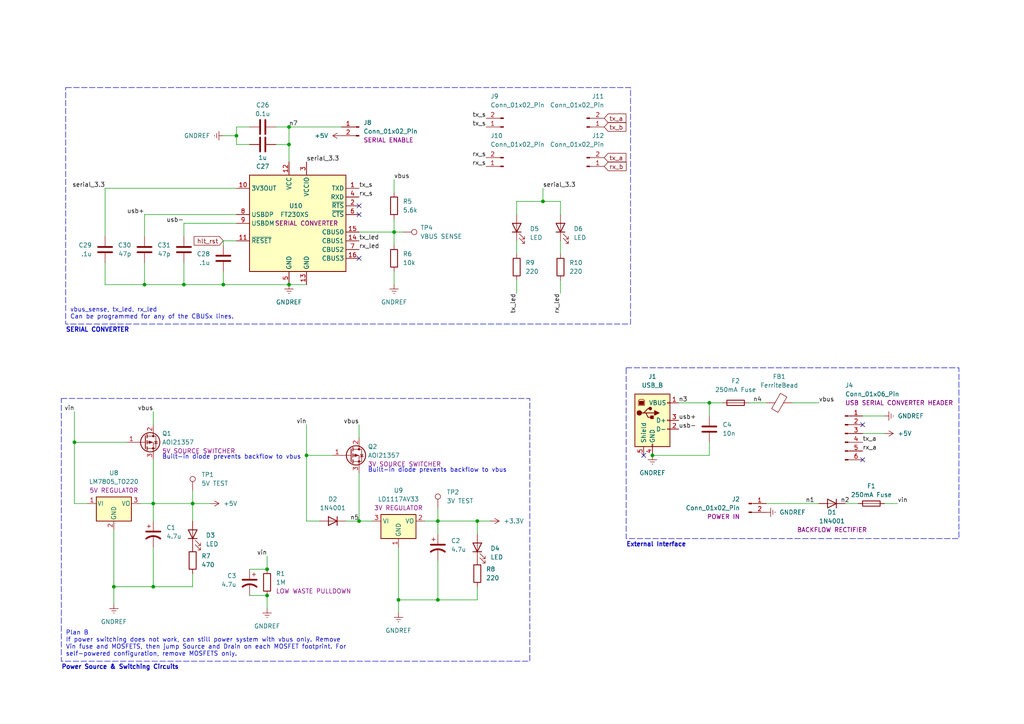
<source format=kicad_sch>
(kicad_sch (version 20230121) (generator eeschema)
  (paper "A4")
  (title_block (title "POWER & IO") (date "2024-01-22") (rev "0.3") (company "LeTourneau University") (comment 1 "Richard Homan"))
  (lib_symbols
    (symbol "Connector:Conn_01x02_Pin" (pin_names (offset 1.016) hide)
      (property "Reference" "J" (at 0 2.54 0))
      (property "Value" "Conn_01x02_Pin" (at 0 -5.08 0))
      (symbol "Conn_01x02_Pin_1_1"
        (polyline (pts (xy 1.27 -2.54) (xy 0.8636 -2.54)) (stroke (width 0.1524)))
        (polyline (pts (xy 1.27 0) (xy 0.8636 0)) (stroke (width 0.1524)))
        (rectangle (start 0.8636 -2.413) (end 0 -2.667) (stroke (width 0.1524)) (fill (type outline)))
        (rectangle (start 0.8636 0.127) (end 0 -0.127) (stroke (width 0.1524)) (fill (type outline)))
        (pin passive line (at 5.08 0 180) (length 3.81) (name "Pin_1") (number "1"))
        (pin passive line (at 5.08 -2.54 180) (length 3.81) (name "Pin_2") (number "2"))
      )
    )
    (symbol "Connector:Conn_01x06_Pin" (pin_names (offset 1.016) hide)
      (property "Reference" "J" (at 0 7.62 0))
      (property "Value" "Conn_01x06_Pin" (at 0 -10.16 0))
      (symbol "Conn_01x06_Pin_1_1"
        (polyline (pts (xy 1.27 -7.62) (xy 0.8636 -7.62)) (stroke (width 0.1524)))
        (polyline (pts (xy 1.27 -5.08) (xy 0.8636 -5.08)) (stroke (width 0.1524)))
        (polyline (pts (xy 1.27 -2.54) (xy 0.8636 -2.54)) (stroke (width 0.1524)))
        (polyline (pts (xy 1.27 0) (xy 0.8636 0)) (stroke (width 0.1524)))
        (polyline (pts (xy 1.27 2.54) (xy 0.8636 2.54)) (stroke (width 0.1524)))
        (polyline (pts (xy 1.27 5.08) (xy 0.8636 5.08)) (stroke (width 0.1524)))
        (rectangle (start 0.8636 -7.493) (end 0 -7.747) (stroke (width 0.1524)) (fill (type outline)))
        (rectangle (start 0.8636 -4.953) (end 0 -5.207) (stroke (width 0.1524)) (fill (type outline)))
        (rectangle (start 0.8636 -2.413) (end 0 -2.667) (stroke (width 0.1524)) (fill (type outline)))
        (rectangle (start 0.8636 0.127) (end 0 -0.127) (stroke (width 0.1524)) (fill (type outline)))
        (rectangle (start 0.8636 2.667) (end 0 2.413) (stroke (width 0.1524)) (fill (type outline)))
        (rectangle (start 0.8636 5.207) (end 0 4.953) (stroke (width 0.1524)) (fill (type outline)))
        (pin passive line (at 5.08 5.08 180) (length 3.81) (name "Pin_1") (number "1"))
        (pin passive line (at 5.08 2.54 180) (length 3.81) (name "Pin_2") (number "2"))
        (pin passive line (at 5.08 0 180) (length 3.81) (name "Pin_3") (number "3"))
        (pin passive line (at 5.08 -2.54 180) (length 3.81) (name "Pin_4") (number "4"))
        (pin passive line (at 5.08 -5.08 180) (length 3.81) (name "Pin_5") (number "5"))
        (pin passive line (at 5.08 -7.62 180) (length 3.81) (name "Pin_6") (number "6"))
      )
    )
    (symbol "Connector:TestPoint" (pin_numbers hide) (pin_names (offset 0.762) hide)
      (property "Reference" "TP" (at 0 6.858 0))
      (property "Value" "TestPoint" (at 0 5.08 0))
      (symbol "TestPoint_0_1"
        (circle (center 0 3.302) (radius 0.762))
      )
      (symbol "TestPoint_1_1"
        (pin passive line (at 0 0 90) (length 2.54) (name "1") (number "1"))
      )
    )
    (symbol "Connector:USB_B" (pin_names (offset 1.016))
      (property "Reference" "J" (at -5.08 11.43 0))
      (property "Value" "USB_B" (at -5.08 8.89 0))
      (symbol "USB_B_0_1"
        (rectangle (start -5.08 -7.62) (end 5.08 7.62) (stroke (width 0.254)) (fill (type background)))
        (circle (center -3.81 2.159) (radius 0.635) (stroke (width 0.254)) (fill (type outline)))
        (rectangle (start -3.81 5.588) (end -2.54 4.572) (fill (type outline)))
        (circle (center -0.635 3.429) (radius 0.381) (stroke (width 0.254)) (fill (type outline)))
        (rectangle (start -0.127 -7.62) (end 0.127 -6.858))
        (polyline (pts (xy -1.905 2.159) (xy 0.635 2.159)) (stroke (width 0.254)))
        (polyline (pts (xy -3.175 2.159) (xy -2.54 2.159) (xy -1.27 3.429) (xy -0.635 3.429)) (stroke (width 0.254)))
        (polyline (pts (xy -2.54 2.159) (xy -1.905 2.159) (xy -1.27 0.889) (xy 0 0.889)) (stroke (width 0.254)))
        (polyline (pts (xy 0.635 2.794) (xy 0.635 1.524) (xy 1.905 2.159) (xy 0.635 2.794)) (stroke (width 0.254)) (fill (type outline)))
        (polyline (pts (xy -4.064 4.318) (xy -2.286 4.318) (xy -2.286 5.715) (xy -2.667 6.096) (xy -3.683 6.096) (xy -4.064 5.715) (xy -4.064 4.318)))
        (rectangle (start 0.254 1.27) (end -0.508 0.508) (stroke (width 0.254)) (fill (type outline)))
        (rectangle (start 5.08 -2.667) (end 4.318 -2.413))
        (rectangle (start 5.08 -0.127) (end 4.318 0.127))
        (rectangle (start 5.08 4.953) (end 4.318 5.207))
      )
      (symbol "USB_B_1_1"
        (pin power_out line (at 7.62 5.08 180) (length 2.54) (name "VBUS") (number "1"))
        (pin bidirectional line (at 7.62 -2.54 180) (length 2.54) (name "D-") (number "2"))
        (pin bidirectional line (at 7.62 0 180) (length 2.54) (name "D+") (number "3"))
        (pin power_out line (at 0 -10.16 90) (length 2.54) (name "GND") (number "4"))
        (pin passive line (at -2.54 -10.16 90) (length 2.54) (name "Shield") (number "5"))
      )
    )
    (symbol "Device:C" (pin_numbers hide) (pin_names (offset 0.254))
      (property "Reference" "C" (at 0.635 2.54 0))
      (property "Value" "C" (at 0.635 -2.54 0))
      (symbol "C_0_1"
        (polyline (pts (xy -2.032 -0.762) (xy 2.032 -0.762)) (stroke (width 0.508)))
        (polyline (pts (xy -2.032 0.762) (xy 2.032 0.762)) (stroke (width 0.508)))
      )
      (symbol "C_1_1"
        (pin passive line (at 0 3.81 270) (length 2.794) (name "~") (number "1"))
        (pin passive line (at 0 -3.81 90) (length 2.794) (name "~") (number "2"))
      )
    )
    (symbol "Device:C_Polarized_US" (pin_numbers hide) (pin_names (offset 0.254) hide)
      (property "Reference" "C" (at 0.635 2.54 0))
      (property "Value" "C_Polarized_US" (at 0.635 -2.54 0))
      (symbol "C_Polarized_US_0_1"
        (polyline (pts (xy -2.032 0.762) (xy 2.032 0.762)) (stroke (width 0.508)))
        (polyline (pts (xy -1.778 2.286) (xy -0.762 2.286)))
        (polyline (pts (xy -1.27 1.778) (xy -1.27 2.794)))
        (arc (start 2.032 -1.27) (mid 0 -0.5572) (end -2.032 -1.27) (stroke (width 0.508)))
      )
      (symbol "C_Polarized_US_1_1"
        (pin passive line (at 0 3.81 270) (length 2.794) (name "~") (number "1"))
        (pin passive line (at 0 -3.81 90) (length 3.302) (name "~") (number "2"))
      )
    )
    (symbol "Device:FerriteBead" (pin_numbers hide) (pin_names (offset 0))
      (property "Reference" "FB" (at -3.81 0.635 90))
      (property "Value" "FerriteBead" (at 3.81 0 90))
      (symbol "FerriteBead_0_1"
        (polyline (pts (xy 0 -1.27) (xy 0 -1.2192)))
        (polyline (pts (xy 0 1.27) (xy 0 1.2954)))
        (polyline (pts (xy -2.7686 0.4064) (xy -1.7018 2.2606) (xy 2.7686 -0.3048) (xy 1.6764 -2.159) (xy -2.7686 0.4064)))
      )
      (symbol "FerriteBead_1_1"
        (pin passive line (at 0 3.81 270) (length 2.54) (name "~") (number "1"))
        (pin passive line (at 0 -3.81 90) (length 2.54) (name "~") (number "2"))
      )
    )
    (symbol "Device:Fuse" (pin_numbers hide) (pin_names (offset 0))
      (property "Reference" "F" (at 2.032 0 90))
      (property "Value" "Fuse" (at -1.905 0 90))
      (symbol "Fuse_0_1"
        (rectangle (start -0.762 -2.54) (end 0.762 2.54) (stroke (width 0.254)))
        (polyline (pts (xy 0 2.54) (xy 0 -2.54)))
      )
      (symbol "Fuse_1_1"
        (pin passive line (at 0 3.81 270) (length 1.27) (name "~") (number "1"))
        (pin passive line (at 0 -3.81 90) (length 1.27) (name "~") (number "2"))
      )
    )
    (symbol "Device:LED" (pin_numbers hide) (pin_names (offset 1.016) hide)
      (property "Reference" "D" (at 0 2.54 0))
      (property "Value" "LED" (at 0 -2.54 0))
      (symbol "LED_0_1"
        (polyline (pts (xy -1.27 -1.27) (xy -1.27 1.27)) (stroke (width 0.254)))
        (polyline (pts (xy -1.27 0) (xy 1.27 0)))
        (polyline (pts (xy 1.27 -1.27) (xy 1.27 1.27) (xy -1.27 0) (xy 1.27 -1.27)) (stroke (width 0.254)))
        (polyline (pts (xy -3.048 -0.762) (xy -4.572 -2.286) (xy -3.81 -2.286) (xy -4.572 -2.286) (xy -4.572 -1.524)))
        (polyline (pts (xy -1.778 -0.762) (xy -3.302 -2.286) (xy -2.54 -2.286) (xy -3.302 -2.286) (xy -3.302 -1.524)))
      )
      (symbol "LED_1_1"
        (pin passive line (at -3.81 0 0) (length 2.54) (name "K") (number "1"))
        (pin passive line (at 3.81 0 180) (length 2.54) (name "A") (number "2"))
      )
    )
    (symbol "Device:R" (pin_numbers hide) (pin_names (offset 0))
      (property "Reference" "R" (at 2.032 0 90))
      (property "Value" "R" (at 0 0 90))
      (symbol "R_0_1"
        (rectangle (start -1.016 -2.54) (end 1.016 2.54) (stroke (width 0.254)))
      )
      (symbol "R_1_1"
        (pin passive line (at 0 3.81 270) (length 1.27) (name "~") (number "1"))
        (pin passive line (at 0 -3.81 90) (length 1.27) (name "~") (number "2"))
      )
    )
    (symbol "Diode:1N4933-T" (pin_numbers hide) (pin_names hide)
      (property "Reference" "D" (at 0 2.54 0))
      (property "Value" "1N4001" (at 0 -2.54 0))
      (symbol "1N4933-T_0_1"
        (polyline (pts (xy -1.27 1.27) (xy -1.27 -1.27)) (stroke (width 0.254)))
        (polyline (pts (xy 1.27 0) (xy -1.27 0)))
        (polyline (pts (xy 1.27 1.27) (xy 1.27 -1.27) (xy -1.27 0) (xy 1.27 1.27)) (stroke (width 0.254)))
      )
      (symbol "1N4933-T_1_1"
        (pin passive line (at -3.81 0 0) (length 2.54) (name "K") (number "1"))
        (pin passive line (at 3.81 0 180) (length 2.54) (name "A") (number "2"))
      )
    )
    (symbol "Interface_USB:FT230XS"
      (property "Reference" "U" (at -13.97 15.24 0))
      (property "Value" "FT230XS" (at 7.62 15.24 0))
      (symbol "FT230XS_0_1"
        (rectangle (start -13.97 13.97) (end 13.97 -13.97) (stroke (width 0.254)) (fill (type background)))
      )
      (symbol "FT230XS_1_1"
        (pin output line (at 17.78 10.16 180) (length 3.81) (name "TXD") (number "1"))
        (pin power_out line (at -17.78 10.16 0) (length 3.81) (name "3V3OUT") (number "10"))
        (pin input line (at -17.78 -5.08 0) (length 3.81) (name "~{RESET}") (number "11"))
        (pin power_in line (at -2.54 17.78 270) (length 3.81) (name "VCC") (number "12"))
        (pin power_in line (at 2.54 -17.78 90) (length 3.81) (name "GND") (number "13"))
        (pin bidirectional line (at 17.78 -5.08 180) (length 3.81) (name "CBUS1") (number "14"))
        (pin bidirectional line (at 17.78 -2.54 180) (length 3.81) (name "CBUS0") (number "15"))
        (pin bidirectional line (at 17.78 -10.16 180) (length 3.81) (name "CBUS3") (number "16"))
        (pin output line (at 17.78 5.08 180) (length 3.81) (name "~{RTS}") (number "2"))
        (pin power_in line (at 2.54 17.78 270) (length 3.81) (name "VCCIO") (number "3"))
        (pin input line (at 17.78 7.62 180) (length 3.81) (name "RXD") (number "4"))
        (pin power_in line (at -2.54 -17.78 90) (length 3.81) (name "GND") (number "5"))
        (pin input line (at 17.78 2.54 180) (length 3.81) (name "~{CTS}") (number "6"))
        (pin bidirectional line (at 17.78 -7.62 180) (length 3.81) (name "CBUS2") (number "7"))
        (pin bidirectional line (at -17.78 2.54 0) (length 3.81) (name "USBDP") (number "8"))
        (pin bidirectional line (at -17.78 0 0) (length 3.81) (name "USBDM") (number "9"))
      )
    )
    (symbol "Regulator_Linear:LD1117-3.3"
      (property "Reference" "U" (at -3.81 3.175 0))
      (property "Value" "LD1117AV33" (at 0 3.175 0))
      (symbol "LD1117-3.3_0_1"
        (rectangle (start -5.08 -5.08) (end 5.08 1.905) (stroke (width 0.254)) (fill (type background)))
      )
      (symbol "LD1117-3.3_1_1"
        (pin power_in line (at 0 -7.62 90) (length 2.54) (name "GND") (number "1"))
        (pin power_out line (at 7.62 0 180) (length 2.54) (name "VO") (number "2"))
        (pin power_in line (at -7.62 0 0) (length 2.54) (name "VI") (number "3"))
      )
    )
    (symbol "Regulator_Linear:LM7805_TO220" (pin_names (offset 0.254))
      (property "Reference" "U" (at -3.81 3.175 0))
      (property "Value" "LM7805_TO220" (at 0 3.175 0))
      (symbol "LM7805_TO220_0_1"
        (rectangle (start -5.08 1.905) (end 5.08 -5.08) (stroke (width 0.254)) (fill (type background)))
      )
      (symbol "LM7805_TO220_1_1"
        (pin power_in line (at -7.62 0 0) (length 2.54) (name "VI") (number "1"))
        (pin power_in line (at 0 -7.62 90) (length 2.54) (name "GND") (number "2"))
        (pin power_out line (at 7.62 0 180) (length 2.54) (name "VO") (number "3"))
      )
    )
    (symbol "Transistor_FET:AOI21357" (pin_names hide)
      (property "Reference" "Q" (at 5.08 1.905 0))
      (property "Value" "AOI21357" (at 5.08 0 0))
      (symbol "AOI21357_0_1"
        (polyline (pts (xy 0.254 0) (xy -2.54 0)))
        (polyline (pts (xy 0.254 1.905) (xy 0.254 -1.905)) (stroke (width 0.254)))
        (polyline (pts (xy 0.762 -1.27) (xy 0.762 -2.286)) (stroke (width 0.254)))
        (polyline (pts (xy 0.762 0.508) (xy 0.762 -0.508)) (stroke (width 0.254)))
        (polyline (pts (xy 0.762 2.286) (xy 0.762 1.27)) (stroke (width 0.254)))
        (polyline (pts (xy 2.54 2.54) (xy 2.54 1.778)))
        (polyline (pts (xy 2.54 -2.54) (xy 2.54 0) (xy 0.762 0)))
        (polyline (pts (xy 0.762 1.778) (xy 3.302 1.778) (xy 3.302 -1.778) (xy 0.762 -1.778)))
        (polyline (pts (xy 2.286 0) (xy 1.27 0.381) (xy 1.27 -0.381) (xy 2.286 0)) (fill (type outline)))
        (polyline (pts (xy 2.794 -0.508) (xy 2.921 -0.381) (xy 3.683 -0.381) (xy 3.81 -0.254)))
        (polyline (pts (xy 3.302 -0.381) (xy 2.921 0.254) (xy 3.683 0.254) (xy 3.302 -0.381)))
        (circle (center 1.651 0) (radius 2.794) (stroke (width 0.254)))
        (circle (center 2.54 -1.778) (radius 0.254) (fill (type outline)))
        (circle (center 2.54 1.778) (radius 0.254) (fill (type outline)))
      )
      (symbol "AOI21357_1_1"
        (pin input line (at -5.08 0 0) (length 2.54) (name "G") (number "1"))
        (pin passive line (at 2.54 5.08 270) (length 2.54) (name "D") (number "2"))
        (pin passive line (at 2.54 -5.08 90) (length 2.54) (name "S") (number "3"))
      )
    )
    (symbol "power:+3.3V" (power) (pin_names (offset 0))
      (property "Value" "+3.3V" (at 0 3.556 0))
      (symbol "+3.3V_0_1"
        (polyline (pts (xy -0.762 1.27) (xy 0 2.54)))
        (polyline (pts (xy 0 0) (xy 0 2.54)))
        (polyline (pts (xy 0 2.54) (xy 0.762 1.27)))
      )
      (symbol "+3.3V_1_1"
        (pin power_in line (at 0 0 90) (length 0) hide (name "+3.3V") (number "1"))
      )
    )
    (symbol "power:+5V" (power) (pin_names (offset 0))
      (property "Value" "+5V" (at 0 3.556 0))
      (symbol "+5V_0_1"
        (polyline (pts (xy -0.762 1.27) (xy 0 2.54)))
        (polyline (pts (xy 0 0) (xy 0 2.54)))
        (polyline (pts (xy 0 2.54) (xy 0.762 1.27)))
      )
      (symbol "+5V_1_1"
        (pin power_in line (at 0 0 90) (length 0) hide (name "+5V") (number "1"))
      )
    )
    (symbol "power:GNDREF" (power) (pin_names (offset 0))
      (property "Value" "GNDREF" (at 0 -3.81 0))
      (symbol "GNDREF_0_1"
        (polyline (pts (xy -0.635 -1.905) (xy 0.635 -1.905)))
        (polyline (pts (xy -0.127 -2.54) (xy 0.127 -2.54)))
        (polyline (pts (xy 0 -1.27) (xy 0 0)))
        (polyline (pts (xy 1.27 -1.27) (xy -1.27 -1.27)))
      )
      (symbol "GNDREF_1_1"
        (pin power_in line (at 0 0 270) (length 0) hide (name "GNDREF") (number "1"))
      )
    )
  )
  (junction (at 83.82 36.83))
  (junction (at 127 173.99))
  (junction (at 53.34 82.55))
  (junction (at 189.23 132.08))
  (junction (at 64.77 82.55))
  (junction (at 83.82 41.91))
  (junction (at 138.43 151.13))
  (junction (at 114.3 67.31))
  (junction (at 21.59 128.27))
  (junction (at 115.57 173.99))
  (junction (at 55.88 146.05))
  (junction (at 68.58 39.37))
  (junction (at 205.74 116.84))
  (junction (at 44.45 170.18))
  (junction (at 127 151.13))
  (junction (at 77.47 165.1))
  (junction (at 157.48 58.42))
  (junction (at 88.9 132.08))
  (junction (at 104.14 151.13))
  (junction (at 33.02 170.18))
  (junction (at 44.45 146.05))
  (junction (at 77.47 172.72))
  (junction (at 41.91 82.55))
  (junction (at 83.82 82.55))
  (no_connect (at 104.14 59.69))
  (no_connect (at 104.14 74.93))
  (no_connect (at 104.14 62.23))
  (no_connect (at 250.19 123.19))
  (no_connect (at 186.69 132.08))
  (no_connect (at 250.19 133.35))
  (wire (pts (xy 64.77 39.37) (xy 68.58 39.37)))
  (wire (pts (xy 44.45 119.38) (xy 44.45 123.19)))
  (wire (pts (xy 68.58 36.83) (xy 72.39 36.83)))
  (wire (pts (xy 237.49 146.05) (xy 222.25 146.05)))
  (wire (pts (xy 256.54 125.73) (xy 250.19 125.73)))
  (wire (pts (xy 21.59 146.05) (xy 21.59 128.27)))
  (wire (pts (xy 205.74 132.08) (xy 189.23 132.08)))
  (wire (pts (xy 127 173.99) (xy 115.57 173.99)))
  (wire (pts (xy 83.82 36.83) (xy 80.01 36.83)))
  (wire (pts (xy 88.9 123.19) (xy 88.9 132.08)))
  (wire (pts (xy 44.45 146.05) (xy 40.64 146.05)))
  (wire (pts (xy 72.39 165.1) (xy 77.47 165.1)))
  (wire (pts (xy 30.48 76.2) (xy 30.48 82.55)))
  (wire (pts (xy 53.34 64.77) (xy 68.58 64.77)))
  (wire (pts (xy 104.14 137.16) (xy 104.14 151.13)))
  (wire (pts (xy 256.54 120.65) (xy 250.19 120.65)))
  (wire (pts (xy 127 151.13) (xy 127 154.94)))
  (wire (pts (xy 138.43 173.99) (xy 127 173.99)))
  (wire (pts (xy 68.58 39.37) (xy 68.58 36.83)))
  (wire (pts (xy 30.48 82.55) (xy 41.91 82.55)))
  (wire (pts (xy 41.91 82.55) (xy 53.34 82.55)))
  (wire (pts (xy 256.54 146.05) (xy 260.35 146.05)))
  (wire (pts (xy 53.34 82.55) (xy 64.77 82.55)))
  (wire (pts (xy 21.59 119.38) (xy 21.59 128.27)))
  (wire (pts (xy 115.57 158.75) (xy 115.57 173.99)))
  (wire (pts (xy 21.59 146.05) (xy 25.4 146.05)))
  (wire (pts (xy 44.45 170.18) (xy 44.45 158.75)))
  (wire (pts (xy 77.47 172.72) (xy 77.47 176.53)))
  (wire (pts (xy 88.9 132.08) (xy 88.9 151.13)))
  (wire (pts (xy 88.9 132.08) (xy 96.52 132.08)))
  (wire (pts (xy 44.45 146.05) (xy 44.45 151.13)))
  (wire (pts (xy 80.01 41.91) (xy 83.82 41.91)))
  (wire (pts (xy 30.48 54.61) (xy 30.48 68.58)))
  (wire (pts (xy 245.11 146.05) (xy 248.92 146.05)))
  (wire (pts (xy 127 147.32) (xy 127 151.13)))
  (wire (pts (xy 162.56 58.42) (xy 162.56 62.23)))
  (wire (pts (xy 83.82 36.83) (xy 99.06 36.83)))
  (wire (pts (xy 114.3 63.5) (xy 114.3 67.31)))
  (wire (pts (xy 53.34 64.77) (xy 53.34 68.58)))
  (wire (pts (xy 138.43 151.13) (xy 138.43 154.94)))
  (wire (pts (xy 162.56 69.85) (xy 162.56 73.66)))
  (wire (pts (xy 68.58 39.37) (xy 68.58 41.91)))
  (wire (pts (xy 53.34 76.2) (xy 53.34 82.55)))
  (wire (pts (xy 157.48 58.42) (xy 162.56 58.42)))
  (wire (pts (xy 138.43 151.13) (xy 127 151.13)))
  (wire (pts (xy 72.39 172.72) (xy 77.47 172.72)))
  (wire (pts (xy 205.74 116.84) (xy 209.55 116.84)))
  (wire (pts (xy 83.82 41.91) (xy 83.82 46.99)))
  (wire (pts (xy 115.57 173.99) (xy 115.57 177.8)))
  (wire (pts (xy 100.33 151.13) (xy 104.14 151.13)))
  (wire (pts (xy 104.14 123.19) (xy 104.14 127)))
  (wire (pts (xy 33.02 170.18) (xy 44.45 170.18)))
  (wire (pts (xy 33.02 170.18) (xy 33.02 175.26)))
  (wire (pts (xy 41.91 62.23) (xy 41.91 68.58)))
  (wire (pts (xy 88.9 151.13) (xy 92.71 151.13)))
  (wire (pts (xy 64.77 71.12) (xy 64.77 69.85)))
  (wire (pts (xy 116.84 67.31) (xy 114.3 67.31)))
  (wire (pts (xy 33.02 153.67) (xy 33.02 170.18)))
  (wire (pts (xy 127 162.56) (xy 127 173.99)))
  (wire (pts (xy 157.48 54.61) (xy 157.48 58.42)))
  (wire (pts (xy 104.14 67.31) (xy 114.3 67.31)))
  (wire (pts (xy 72.39 41.91) (xy 68.58 41.91)))
  (wire (pts (xy 217.17 116.84) (xy 222.25 116.84)))
  (wire (pts (xy 55.88 146.05) (xy 55.88 151.13)))
  (wire (pts (xy 114.3 78.74) (xy 114.3 82.55)))
  (wire (pts (xy 149.86 62.23) (xy 149.86 58.42)))
  (wire (pts (xy 196.85 116.84) (xy 205.74 116.84)))
  (wire (pts (xy 229.87 116.84) (xy 237.49 116.84)))
  (wire (pts (xy 107.95 151.13) (xy 104.14 151.13)))
  (wire (pts (xy 21.59 128.27) (xy 36.83 128.27)))
  (wire (pts (xy 138.43 170.18) (xy 138.43 173.99)))
  (wire (pts (xy 149.86 69.85) (xy 149.86 73.66)))
  (wire (pts (xy 83.82 82.55) (xy 88.9 82.55)))
  (wire (pts (xy 30.48 54.61) (xy 68.58 54.61)))
  (wire (pts (xy 162.56 85.09) (xy 162.56 81.28)))
  (wire (pts (xy 149.86 58.42) (xy 157.48 58.42)))
  (wire (pts (xy 114.3 71.12) (xy 114.3 67.31)))
  (wire (pts (xy 44.45 146.05) (xy 55.88 146.05)))
  (wire (pts (xy 114.3 52.07) (xy 114.3 55.88)))
  (wire (pts (xy 55.88 170.18) (xy 44.45 170.18)))
  (wire (pts (xy 55.88 142.24) (xy 55.88 146.05)))
  (wire (pts (xy 64.77 69.85) (xy 68.58 69.85)))
  (wire (pts (xy 55.88 146.05) (xy 60.96 146.05)))
  (wire (pts (xy 205.74 128.27) (xy 205.74 132.08)))
  (wire (pts (xy 64.77 82.55) (xy 83.82 82.55)))
  (wire (pts (xy 142.24 151.13) (xy 138.43 151.13)))
  (wire (pts (xy 55.88 166.37) (xy 55.88 170.18)))
  (wire (pts (xy 205.74 120.65) (xy 205.74 116.84)))
  (wire (pts (xy 41.91 62.23) (xy 68.58 62.23)))
  (wire (pts (xy 41.91 76.2) (xy 41.91 82.55)))
  (wire (pts (xy 44.45 133.35) (xy 44.45 146.05)))
  (wire (pts (xy 64.77 78.74) (xy 64.77 82.55)))
  (wire (pts (xy 123.19 151.13) (xy 127 151.13)))
  (wire (pts (xy 77.47 161.29) (xy 77.47 165.1)))
  (wire (pts (xy 83.82 36.83) (xy 83.82 41.91)))
  (wire (pts (xy 149.86 85.09) (xy 149.86 81.28)))
  (rectangle (start 19.05 25.4) (end 182.88 93.98) (stroke (width 0) (type dash)))
  (rectangle (start 17.78 115.57) (end 153.67 191.77) (stroke (width 0) (type dash)))
  (rectangle (start 181.61 106.68) (end 278.13 156.21) (stroke (width 0) (type dash)))
  (text "vbus_sense, tx_led, rx_led\nCan be programmed for any of the CBUSx lines." (at 20.32 92.71 0) (effects (font (size 1.27 1.27)) (justify left bottom)))
  (text "Built-in diode prevents backflow to vbus" (at 106.68 137.16 0) (effects (font (size 1.27 1.27)) (justify left bottom)))
  (text "External Interface" (at 181.61 158.75 0) (effects (font (size 1.27 1.27) (thickness 0.254) bold) (justify left bottom)))
  (text "Built-in diode prevents backflow to vbus" (at 46.99 133.35 0) (effects (font (size 1.27 1.27)) (justify left bottom)))
  (text "SERIAL CONVERTER" (at 19.05 96.52 0) (effects (font (size 1.27 1.27) (thickness 0.254) bold) (justify left bottom)))
  (text "Plan B\nIf power switching does not work, can still power system with vbus only. Remove\nVin fuse and MOSFETS, then jump Source and Drain on each MOSFET footprint. For\nself-powered configuration, remove MOSFETS only." (at 19.05 190.5 0) (effects (font (size 1.27 1.27)) (justify left bottom)))
  (text "Power Source & Switching Circuits" (at 17.78 194.31 0) (effects (font (size 1.27 1.27) (thickness 0.254) bold) (justify left bottom)))
  (label "tx_s" (at 140.97 36.83 180) (property "Netclass" "signal" (effects hide)))
  (label "tx_led" (at 149.86 85.09 270) (property "Netclass" "signal" (effects hide)))
  (label "rx_s" (at 104.14 57.15 0) (property "Netclass" "signal" (effects hide)))
  (label "tx_led" (at 104.14 69.85 0) (property "Netclass" "signal" (effects hide)))
  (label "usb-" (at 53.34 64.77 180) (property "Netclass" "signal" (effects hide)))
  (label "serial_3.3" (at 30.48 54.61 180) (property "Netclass" "signal" (effects hide)))
  (label "n3" (at 196.85 116.84 0) (property "Netclass" "power" (effects hide)))
  (label "vin" (at 260.35 146.05 0) (property "Netclass" "power" (effects hide)))
  (label "rx_s" (at 140.97 48.26 180) (property "Netclass" "signal" (effects hide)))
  (label "tx_s" (at 140.97 34.29 180) (property "Netclass" "signal" (effects hide)))
  (label "n4" (at 218.44 116.84 0) (property "Netclass" "power" (effects hide)))
  (label "rx_led" (at 104.14 72.39 0) (property "Netclass" "signal" (effects hide)))
  (label "usb-" (at 196.85 124.46 0) (property "Netclass" "signal" (effects hide)))
  (label "n7" (at 83.82 36.83 0) (property "Netclass" "power" (effects hide)))
  (label "rx_s" (at 140.97 45.72 180) (property "Netclass" "signal" (effects hide)))
  (label "rx_led" (at 162.56 85.09 270) (property "Netclass" "signal" (effects hide)))
  (label "vbus" (at 114.3 52.07 0))
  (label "n1" (at 236.22 146.05 180) (property "Netclass" "power" (effects hide)))
  (label "serial_3.3" (at 157.48 54.61 0))
  (label "vbus" (at 237.49 116.84 0) (property "Netclass" "power" (effects hide)))
  (label "vin" (at 88.9 123.19 180))
  (label "tx_a" (at 250.19 128.27 0) (property "Netclass" "signal" (effects hide)))
  (label "vbus" (at 44.45 119.38 180))
  (label "n2" (at 246.38 146.05 180) (property "Netclass" "power" (effects hide)))
  (label "vbus" (at 104.14 123.19 180))
  (label "rx_a" (at 250.19 130.81 0) (property "Netclass" "signal" (effects hide)))
  (label "usb+" (at 196.85 121.92 0) (property "Netclass" "signal" (effects hide)))
  (label "vin" (at 77.47 161.29 180))
  (label "usb+" (at 41.91 62.23 180) (property "Netclass" "signal" (effects hide)))
  (label "n5" (at 104.14 151.13 180) (property "Netclass" "power" (effects hide)))
  (label "tx_s" (at 104.14 54.61 0) (property "Netclass" "signal" (effects hide)))
  (label "vin" (at 21.59 119.38 180) (property "Netclass" "power" (effects hide)))
  (label "serial_3.3" (at 88.9 46.99 0))
  (global_label "tx_a" (shape input) (at 175.26 34.29 0) (property "Intersheetrefs" "${INTERSHEET_REFS}" (effects hide)))
  (global_label "hlt_rst" (shape input) (at 64.77 69.85 180) (property "Intersheetrefs" "${INTERSHEET_REFS}" (effects hide)))
  (global_label "tx_a" (shape input) (at 175.26 45.72 0) (property "Intersheetrefs" "${INTERSHEET_REFS}" (effects hide)))
  (global_label "tx_b" (shape input) (at 175.26 36.83 0) (property "Intersheetrefs" "${INTERSHEET_REFS}" (effects hide)))
  (global_label "rx_b" (shape input) (at 175.26 48.26 0) (property "Intersheetrefs" "${INTERSHEET_REFS}" (effects hide)))
  (symbol (lib_id "power:GNDREF") (at 189.23 132.08 0) (unit 1)
    (property "Reference" "#PWR025" (effects hide))
    (property "Value" "GNDREF" (at 189.23 137.16 0))
  )
  (symbol (lib_id "Device:LED") (at 149.86 66.04 90) (unit 1)
    (property "Reference" "D5" (at 153.67 66.3575 90) (effects (justify right)))
    (property "Value" "LED" (at 153.67 68.8975 90) (effects (justify right)))
    (property "Footprint" "LED_THT:LED_D5.0mm" (effects hide))
  )
  (symbol (lib_id "Connector:TestPoint") (at 116.84 67.31 270) (unit 1)
    (property "Reference" "TP4" (at 121.92 66.04 90) (effects (justify left)))
    (property "Value" "VBUS SENSE" (at 121.92 68.58 90) (effects (justify left)))
    (property "Footprint" "TestPoint:TestPoint_Keystone_5000-5004_Miniature" (effects hide))
  )
  (symbol (lib_id "Device:Fuse") (at 213.36 116.84 90) (unit 1)
    (property "Reference" "F2" (at 213.36 110.49 90))
    (property "Value" "250mA Fuse" (at 213.36 113.03 90))
    (property "Footprint" "Fuse:Fuseholder_Clip-5x20mm_Bel_FC-203-22_Lateral_P17.80x5.00mm_D1.17mm_Horizontal" (effects hide))
  )
  (symbol (lib_id "Connector:Conn_01x06_Pin") (at 245.11 125.73 0) (unit 1)
    (property "Reference" "J4" (at 245.11 111.76 0) (effects (justify left)))
    (property "Value" "Conn_01x06_Pin" (at 245.11 114.3 0) (effects (justify left)))
    (property "Footprint" "Connector_PinHeader_2.54mm:PinHeader_1x06_P2.54mm_Vertical" (effects hide))
    (property "Role" "USB SERIAL CONVERTER HEADER" (at 245.11 116.84 0) (effects (justify left)))
  )
  (symbol (lib_id "Device:C") (at 205.74 124.46 0) (unit 1)
    (property "Reference" "C4" (at 209.55 123.19 0) (effects (justify left)))
    (property "Value" "10n" (at 209.55 125.73 0) (effects (justify left)))
    (property "Footprint" "Capacitor_THT:CP_Box_L5.50mm_W4.00mm_P2.50mm_NonPolarized" (effects hide))
  )
  (symbol (lib_id "Device:LED") (at 138.43 158.75 90) (unit 1)
    (property "Reference" "D4" (at 142.24 159.0675 90) (effects (justify right)))
    (property "Value" "LED" (at 142.24 161.6075 90) (effects (justify right)))
    (property "Footprint" "LED_THT:LED_D5.0mm" (effects hide))
  )
  (symbol (lib_id "Device:R") (at 114.3 74.93 0) (unit 1)
    (property "Reference" "R6" (at 116.84 73.66 0) (effects (justify left)))
    (property "Value" "10k" (at 116.84 76.2 0) (effects (justify left)))
    (property "Footprint" "Resistor_THT:R_Axial_DIN0204_L3.6mm_D1.6mm_P2.54mm_Vertical" (effects hide))
  )
  (symbol (lib_id "Device:C") (at 76.2 36.83 270) (mirror x) (unit 1)
    (property "Reference" "C26" (at 76.2 30.48 90))
    (property "Value" "0.1u" (at 76.2 33.02 90))
    (property "Footprint" "Capacitor_THT:CP_Box_L5.50mm_W4.00mm_P2.50mm_NonPolarized" (effects hide))
  )
  (symbol (lib_id "power:GNDREF") (at 77.47 176.53 0) (unit 1)
    (property "Reference" "#PWR032" (effects hide))
    (property "Value" "GNDREF" (at 77.47 181.61 0))
  )
  (symbol (lib_id "power:+5V") (at 256.54 125.73 270) (unit 1)
    (property "Reference" "#PWR027" (effects hide))
    (property "Value" "+5V" (at 260.35 125.73 90) (effects (justify left)))
  )
  (symbol (lib_id "Device:C") (at 30.48 72.39 0) (mirror x) (unit 1)
    (property "Reference" "C29" (at 26.67 71.12 0) (effects (justify right)))
    (property "Value" ".1u" (at 26.67 73.66 0) (effects (justify right)))
    (property "Footprint" "Capacitor_THT:CP_Box_L5.50mm_W4.00mm_P2.50mm_NonPolarized" (effects hide))
  )
  (symbol (lib_id "Device:C_Polarized_US") (at 127 158.75 0) (unit 1)
    (property "Reference" "C2" (at 130.81 156.845 0) (effects (justify left)))
    (property "Value" "4.7u" (at 130.81 159.385 0) (effects (justify left)))
    (property "Footprint" "Capacitor_THT:CP_Radial_D4.0mm_P2.00mm" (effects hide))
  )
  (symbol (lib_id "Device:R") (at 162.56 77.47 0) (unit 1)
    (property "Reference" "R10" (at 165.1 76.2 0) (effects (justify left)))
    (property "Value" "220" (at 165.1 78.74 0) (effects (justify left)))
    (property "Footprint" "Resistor_THT:R_Axial_DIN0204_L3.6mm_D1.6mm_P2.54mm_Vertical" (effects hide))
  )
  (symbol (lib_id "power:GNDREF") (at 83.82 82.55 0) (unit 1)
    (property "Reference" "#PWR026" (effects hide))
    (property "Value" "GNDREF" (at 83.82 87.63 0))
  )
  (symbol (lib_id "Regulator_Linear:LD1117-3.3") (at 115.57 151.13 0) (unit 1)
    (property "Reference" "U9" (at 115.57 142.24 0))
    (property "Value" "LD1117AV33" (at 115.57 144.78 0))
    (property "Footprint" "Package_TO_SOT_THT:TO-220-3_Vertical" (effects hide))
    (property "Datasheet" "http://www.diodes.com/datasheets/AP1117.pdf" (effects hide))
    (property "Role" "3V REGULATOR" (at 115.57 147.32 0))
  )
  (symbol (lib_id "Device:R") (at 55.88 162.56 0) (unit 1)
    (property "Reference" "R7" (at 58.42 161.29 0) (effects (justify left)))
    (property "Value" "470" (at 58.42 163.83 0) (effects (justify left)))
    (property "Footprint" "Resistor_THT:R_Axial_DIN0204_L3.6mm_D1.6mm_P2.54mm_Vertical" (effects hide))
  )
  (symbol (lib_id "Device:Fuse") (at 252.73 146.05 270) (unit 1)
    (property "Reference" "F1" (at 252.73 140.97 90))
    (property "Value" "250mA Fuse" (at 252.73 143.51 90))
    (property "Footprint" "Fuse:Fuseholder_Clip-5x20mm_Bel_FC-203-22_Lateral_P17.80x5.00mm_D1.17mm_Horizontal" (effects hide))
  )
  (symbol (lib_id "Device:LED") (at 55.88 154.94 90) (unit 1)
    (property "Reference" "D3" (at 59.69 155.2575 90) (effects (justify right)))
    (property "Value" "LED" (at 59.69 157.7975 90) (effects (justify right)))
    (property "Footprint" "LED_THT:LED_D5.0mm" (effects hide))
  )
  (symbol (lib_id "Transistor_FET:AOI21357") (at 41.91 128.27 0) (unit 1)
    (property "Reference" "Q1" (at 46.99 125.73 0) (effects (justify left)))
    (property "Value" "AOI21357" (at 46.99 128.27 0) (effects (justify left)))
    (property "Footprint" "Package_TO_SOT_THT:TO-220-3_Vertical" (effects hide))
    (property "Datasheet" "http://www.irf.com/product-info/datasheets/data/irf9540n.pdf" (effects hide))
    (property "Role" "5V SOURCE SWITCHER" (at 46.99 130.81 0) (effects (justify left)))
  )
  (symbol (lib_id "power:GNDREF") (at 114.3 82.55 0) (unit 1)
    (property "Reference" "#PWR020" (effects hide))
    (property "Value" "GNDREF" (at 114.3 87.63 0))
  )
  (symbol (lib_id "power:GNDREF") (at 256.54 120.65 90) (unit 1)
    (property "Reference" "#PWR024" (effects hide))
    (property "Value" "GNDREF" (at 260.35 120.65 90) (effects (justify right)))
  )
  (symbol (lib_id "Device:R") (at 114.3 59.69 0) (unit 1)
    (property "Reference" "R5" (at 116.84 58.42 0) (effects (justify left)))
    (property "Value" "5.6k" (at 116.84 60.96 0) (effects (justify left)))
    (property "Footprint" "Resistor_THT:R_Axial_DIN0204_L3.6mm_D1.6mm_P2.54mm_Vertical" (effects hide))
  )
  (symbol (lib_id "Connector:Conn_01x02_Pin") (at 217.17 146.05 0) (unit 1)
    (property "Reference" "J2" (at 214.63 144.78 0) (effects (justify right)))
    (property "Value" "Conn_01x02_Pin" (at 214.63 147.32 0) (effects (justify right)))
    (property "Footprint" "Connector_PinHeader_2.54mm:PinHeader_1x02_P2.54mm_Vertical" (effects hide))
    (property "Role" "POWER IN" (at 214.63 149.86 0) (effects (justify right)))
  )
  (symbol (lib_id "Connector:Conn_01x02_Pin") (at 146.05 48.26 180) (unit 1)
    (property "Reference" "J10" (at 142.24 39.37 0) (effects (justify right)))
    (property "Value" "Conn_01x02_Pin" (at 142.24 41.91 0) (effects (justify right)))
    (property "Footprint" "Connector_PinHeader_2.54mm:PinHeader_1x02_P2.54mm_Vertical" (effects hide))
  )
  (symbol (lib_id "Device:C_Polarized_US") (at 72.39 168.91 0) (mirror y) (unit 1)
    (property "Reference" "C3" (at 68.58 167.005 0) (effects (justify left)))
    (property "Value" "4.7u" (at 68.58 169.545 0) (effects (justify left)))
    (property "Footprint" "Capacitor_THT:CP_Radial_D4.0mm_P2.00mm" (effects hide))
  )
  (symbol (lib_id "Diode:1N4933-T") (at 96.52 151.13 0) (mirror y) (unit 1)
    (property "Reference" "D2" (at 96.52 144.78 0))
    (property "Value" "1N4001" (at 96.52 147.32 0))
    (property "Footprint" "Diode_THT:D_DO-41_SOD81_P5.08mm_Vertical_KathodeUp" (effects hide))
    (property "Datasheet" "http://www.vishay.com/docs/88503/1n4001.pdf" (effects hide))
    (property "Sim.Device" "D" (effects hide))
    (property "Sim.Pins" "1=K 2=A" (effects hide))
    (property "Role" "REVERSE CURRENT PROTECTOR" (effects hide))
  )
  (symbol (lib_id "Connector:USB_B") (at 189.23 121.92 0) (unit 1)
    (property "Reference" "J1" (at 189.23 109.22 0))
    (property "Value" "USB_B" (at 189.23 111.76 0))
    (property "Footprint" "Connector_USB:USB_B_OST_USB-B1HSxx_Horizontal" (effects hide))
    (property "Datasheet" " ~" (effects hide))
  )
  (symbol (lib_id "Connector:Conn_01x02_Pin") (at 170.18 48.26 0) (mirror x) (unit 1)
    (property "Reference" "J12" (at 175.26 39.37 0) (effects (justify right)))
    (property "Value" "Conn_01x02_Pin" (at 175.26 41.91 0) (effects (justify right)))
    (property "Footprint" "Connector_PinHeader_2.54mm:PinHeader_1x02_P2.54mm_Vertical" (effects hide))
  )
  (symbol (lib_id "power:GNDREF") (at 222.25 148.59 90) (unit 1)
    (property "Reference" "#PWR047" (effects hide))
    (property "Value" "GNDREF" (at 226.06 148.59 90) (effects (justify right)))
  )
  (symbol (lib_id "Interface_USB:FT230XS") (at 86.36 64.77 0) (unit 1)
    (property "Reference" "U10" (at 83.82 59.69 0) (effects (justify left)))
    (property "Value" "FT230XS" (at 81.28 62.23 0) (effects (justify left)))
    (property "Footprint" "Package_SO:SSOP-16_3.9x4.9mm_P0.635mm" (effects hide))
    (property "Datasheet" "https://www.ftdichip.com/Support/Documents/DataSheets/ICs/DS_FT230X.pdf" (effects hide))
    (property "Role" "SERIAL CONVERTER" (at 88.9 64.77 0))
  )
  (symbol (lib_id "Connector:TestPoint") (at 127 147.32 0) (unit 1)
    (property "Reference" "TP2" (at 129.54 142.748 0) (effects (justify left)))
    (property "Value" "3V TEST" (at 129.54 145.288 0) (effects (justify left)))
    (property "Footprint" "TestPoint:TestPoint_Keystone_5000-5004_Miniature" (effects hide))
  )
  (symbol (lib_id "Connector:Conn_01x02_Pin") (at 146.05 36.83 180) (unit 1)
    (property "Reference" "J9" (at 142.24 27.94 0) (effects (justify right)))
    (property "Value" "Conn_01x02_Pin" (at 142.24 30.48 0) (effects (justify right)))
    (property "Footprint" "Connector_PinHeader_2.54mm:PinHeader_1x02_P2.54mm_Vertical" (effects hide))
  )
  (symbol (lib_id "Device:C") (at 64.77 74.93 0) (mirror x) (unit 1)
    (property "Reference" "C28" (at 60.96 73.66 0) (effects (justify right)))
    (property "Value" ".1u" (at 60.96 76.2 0) (effects (justify right)))
    (property "Footprint" "Capacitor_THT:CP_Box_L5.50mm_W4.00mm_P2.50mm_NonPolarized" (effects hide))
  )
  (symbol (lib_id "power:GNDREF") (at 64.77 39.37 270) (mirror x) (unit 1)
    (property "Reference" "#PWR039" (effects hide))
    (property "Value" "GNDREF" (at 60.96 39.37 90) (effects (justify right)))
  )
  (symbol (lib_id "Device:C") (at 53.34 72.39 0) (mirror y) (unit 1)
    (property "Reference" "C31" (at 49.53 71.12 0) (effects (justify left)))
    (property "Value" "47p" (at 49.53 73.66 0) (effects (justify left)))
    (property "Footprint" "Capacitor_THT:CP_Box_L5.50mm_W4.00mm_P2.50mm_NonPolarized" (effects hide))
  )
  (symbol (lib_id "Device:R") (at 149.86 77.47 0) (unit 1)
    (property "Reference" "R9" (at 152.4 76.2 0) (effects (justify left)))
    (property "Value" "220" (at 152.4 78.74 0) (effects (justify left)))
    (property "Footprint" "Resistor_THT:R_Axial_DIN0204_L3.6mm_D1.6mm_P2.54mm_Vertical" (effects hide))
  )
  (symbol (lib_id "Connector:TestPoint") (at 55.88 142.24 0) (unit 1)
    (property "Reference" "TP1" (at 58.42 137.668 0) (effects (justify left)))
    (property "Value" "5V TEST" (at 58.42 140.208 0) (effects (justify left)))
    (property "Footprint" "TestPoint:TestPoint_Keystone_5000-5004_Miniature" (effects hide))
  )
  (symbol (lib_id "Device:C") (at 76.2 41.91 270) (unit 1)
    (property "Reference" "C27" (at 76.2 48.26 90))
    (property "Value" "1u" (at 76.2 45.72 90))
    (property "Footprint" "Capacitor_THT:CP_Box_L5.50mm_W4.00mm_P2.50mm_NonPolarized" (effects hide))
  )
  (symbol (lib_id "Connector:Conn_01x02_Pin") (at 104.14 36.83 0) (mirror y) (unit 1)
    (property "Reference" "J8" (at 105.41 35.56 0) (effects (justify right)))
    (property "Value" "Conn_01x02_Pin" (at 105.41 38.1 0) (effects (justify right)))
    (property "Footprint" "Connector_PinHeader_2.54mm:PinHeader_1x02_P2.54mm_Vertical" (effects hide))
    (property "Role" "SERIAL ENABLE" (at 105.41 40.64 0) (effects (justify right)))
  )
  (symbol (lib_id "Device:LED") (at 162.56 66.04 90) (unit 1)
    (property "Reference" "D6" (at 166.37 66.3575 90) (effects (justify right)))
    (property "Value" "LED" (at 166.37 68.8975 90) (effects (justify right)))
    (property "Footprint" "LED_THT:LED_D5.0mm" (effects hide))
  )
  (symbol (lib_id "power:+5V") (at 60.96 146.05 270) (unit 1)
    (property "Reference" "#PWR028" (effects hide))
    (property "Value" "+5V" (at 64.77 146.05 90) (effects (justify left)))
  )
  (symbol (lib_id "power:+3.3V") (at 142.24 151.13 270) (unit 1)
    (property "Reference" "#PWR031" (effects hide))
    (property "Value" "+3.3V" (at 146.05 151.13 90) (effects (justify left)))
  )
  (symbol (lib_id "Transistor_FET:AOI21357") (at 101.6 132.08 0) (unit 1)
    (property "Reference" "Q2" (at 106.68 129.54 0) (effects (justify left)))
    (property "Value" "AOI21357" (at 106.68 132.08 0) (effects (justify left)))
    (property "Footprint" "Package_TO_SOT_THT:TO-220-3_Vertical" (effects hide))
    (property "Datasheet" "http://www.irf.com/product-info/datasheets/data/irf9540n.pdf" (effects hide))
    (property "Role" "3V SOURCE SWITCHER" (at 106.68 134.62 0) (effects (justify left)))
  )
  (symbol (lib_id "Regulator_Linear:LM7805_TO220") (at 33.02 146.05 0) (unit 1)
    (property "Reference" "U8" (at 33.02 137.16 0))
    (property "Value" "LM7805_TO220" (at 33.02 139.7 0))
    (property "Footprint" "Package_TO_SOT_THT:TO-220-3_Vertical" (effects hide))
    (property "Datasheet" "https://www.onsemi.cn/PowerSolutions/document/MC7800-D.PDF" (effects hide))
    (property "Role" "5V REGULATOR" (at 33.02 142.24 0))
  )
  (symbol (lib_id "power:GNDREF") (at 115.57 177.8 0) (unit 1)
    (property "Reference" "#PWR030" (effects hide))
    (property "Value" "GNDREF" (at 115.57 182.88 0))
  )
  (symbol (lib_id "Device:C_Polarized_US") (at 44.45 154.94 0) (unit 1)
    (property "Reference" "C1" (at 48.26 153.035 0) (effects (justify left)))
    (property "Value" "4.7u" (at 48.26 155.575 0) (effects (justify left)))
    (property "Footprint" "Capacitor_THT:CP_Radial_D4.0mm_P2.00mm" (effects hide))
  )
  (symbol (lib_id "Device:FerriteBead") (at 226.06 116.84 90) (unit 1)
    (property "Reference" "FB1" (at 226.0092 109.22 90))
    (property "Value" "FerriteBead" (at 226.0092 111.76 90))
    (property "Footprint" "Capacitor_THT:C_Axial_L3.8mm_D2.6mm_P10.00mm_Horizontal" (effects hide))
  )
  (symbol (lib_id "power:+5V") (at 99.06 39.37 90) (mirror x) (unit 1)
    (property "Reference" "#PWR038" (effects hide))
    (property "Value" "+5V" (at 95.25 39.37 90) (effects (justify left)))
  )
  (symbol (lib_id "Connector:Conn_01x02_Pin") (at 170.18 36.83 0) (mirror x) (unit 1)
    (property "Reference" "J11" (at 175.26 27.94 0) (effects (justify right)))
    (property "Value" "Conn_01x02_Pin" (at 175.26 30.48 0) (effects (justify right)))
    (property "Footprint" "Connector_PinHeader_2.54mm:PinHeader_1x02_P2.54mm_Vertical" (effects hide))
  )
  (symbol (lib_id "Diode:1N4933-T") (at 241.3 146.05 0) (mirror y) (unit 1)
    (property "Reference" "D1" (at 241.3 148.59 0))
    (property "Value" "1N4001" (at 241.3 151.13 0))
    (property "Footprint" "Diode_THT:D_DO-41_SOD81_P5.08mm_Vertical_KathodeUp" (effects hide))
    (property "Datasheet" "http://www.vishay.com/docs/88503/1n4001.pdf" (effects hide))
    (property "Sim.Device" "D" (effects hide))
    (property "Sim.Pins" "1=K 2=A" (effects hide))
    (property "Role" "BACKFLOW RECTIFIER" (at 241.3 153.67 0))
  )
  (symbol (lib_id "power:GNDREF") (at 33.02 175.26 0) (unit 1)
    (property "Reference" "#PWR029" (effects hide))
    (property "Value" "GNDREF" (at 33.02 180.34 0))
  )
  (symbol (lib_id "Device:R") (at 77.47 168.91 0) (unit 1)
    (property "Reference" "R1" (at 80.01 166.37 0) (effects (justify left)))
    (property "Value" "1M" (at 80.01 168.91 0) (effects (justify left)))
    (property "Footprint" "Resistor_THT:R_Axial_DIN0204_L3.6mm_D1.6mm_P2.54mm_Vertical" (effects hide))
    (property "Role" "LOW WASTE PULLDOWN" (at 80.01 171.45 0) (effects (justify left)))
  )
  (symbol (lib_id "Device:R") (at 138.43 166.37 0) (unit 1)
    (property "Reference" "R8" (at 140.97 165.1 0) (effects (justify left)))
    (property "Value" "220" (at 140.97 167.64 0) (effects (justify left)))
    (property "Footprint" "Resistor_THT:R_Axial_DIN0204_L3.6mm_D1.6mm_P2.54mm_Vertical" (effects hide))
  )
  (symbol (lib_id "Device:C") (at 41.91 72.39 0) (mirror x) (unit 1)
    (property "Reference" "C30" (at 38.1 71.12 0) (effects (justify right)))
    (property "Value" "47p" (at 38.1 73.66 0) (effects (justify right)))
    (property "Footprint" "Capacitor_THT:CP_Box_L5.50mm_W4.00mm_P2.50mm_NonPolarized" (effects hide))
  )
)
</source>
